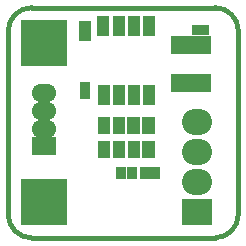
<source format=gts>
%FSLAX34Y34*%
G04 Gerber Fmt 3.4, Leading zero omitted, Abs format*
G04 (created by PCBNEW (2014-03-19 BZR 4756)-product) date Sun 08 Jun 2014 00:25:28 BST*
%MOIN*%
G01*
G70*
G90*
G04 APERTURE LIST*
%ADD10C,0.005906*%
%ADD11C,0.015000*%
%ADD12O,0.082992X0.059370*%
%ADD13R,0.082992X0.059370*%
%ADD14R,0.043600X0.067200*%
%ADD15R,0.035700X0.043600*%
%ADD16R,0.043600X0.035700*%
%ADD17R,0.153900X0.153900*%
%ADD18R,0.035700X0.031800*%
%ADD19R,0.031800X0.035700*%
%ADD20R,0.100000X0.088000*%
%ADD21O,0.100000X0.088000*%
G04 APERTURE END LIST*
G54D10*
G54D11*
X60630Y-25550D02*
X54527Y-25550D01*
X60630Y-25550D02*
G75*
G03X61417Y-24763I0J787D01*
G74*
G01*
X61417Y-18660D02*
X61417Y-24763D01*
X53740Y-24763D02*
X53740Y-18660D01*
X53740Y-24763D02*
G75*
G03X54527Y-25550I787J0D01*
G74*
G01*
X54527Y-17873D02*
X60630Y-17873D01*
X61417Y-18660D02*
G75*
G03X60630Y-17873I-787J0D01*
G74*
G01*
X54527Y-17873D02*
G75*
G03X53740Y-18660I0J-787D01*
G74*
G01*
G54D12*
X54921Y-21908D03*
X54921Y-21318D03*
G54D13*
X54921Y-22499D03*
G54D12*
X54921Y-20727D03*
G54D10*
G36*
X60037Y-18835D02*
X60513Y-18835D01*
X60513Y-19429D01*
X60037Y-19429D01*
X60037Y-18835D01*
X60037Y-18835D01*
G37*
G36*
X59604Y-18835D02*
X60080Y-18835D01*
X60080Y-19429D01*
X59604Y-19429D01*
X59604Y-18835D01*
X59604Y-18835D01*
G37*
G36*
X59171Y-18835D02*
X59647Y-18835D01*
X59647Y-19429D01*
X59171Y-19429D01*
X59171Y-18835D01*
X59171Y-18835D01*
G37*
G36*
X59171Y-20095D02*
X59647Y-20095D01*
X59647Y-20689D01*
X59171Y-20689D01*
X59171Y-20095D01*
X59171Y-20095D01*
G37*
G36*
X59604Y-20095D02*
X60080Y-20095D01*
X60080Y-20689D01*
X59604Y-20689D01*
X59604Y-20095D01*
X59604Y-20095D01*
G37*
G36*
X60037Y-20095D02*
X60513Y-20095D01*
X60513Y-20689D01*
X60037Y-20689D01*
X60037Y-20095D01*
X60037Y-20095D01*
G37*
G54D14*
X56929Y-20786D03*
X57421Y-20786D03*
X57933Y-20786D03*
X58425Y-20786D03*
X58425Y-18502D03*
X57933Y-18502D03*
X57421Y-18502D03*
X56909Y-18502D03*
G54D15*
X57854Y-23385D03*
X57500Y-23385D03*
X58641Y-23385D03*
X58287Y-23385D03*
G54D16*
X56299Y-18483D03*
X56299Y-18837D03*
G54D10*
G36*
X57148Y-22885D02*
X56731Y-22885D01*
X56731Y-22311D01*
X57148Y-22311D01*
X57148Y-22885D01*
X57148Y-22885D01*
G37*
G36*
X57640Y-22885D02*
X57223Y-22885D01*
X57223Y-22311D01*
X57640Y-22311D01*
X57640Y-22885D01*
X57640Y-22885D01*
G37*
G36*
X58142Y-22885D02*
X57725Y-22885D01*
X57725Y-22311D01*
X58142Y-22311D01*
X58142Y-22885D01*
X58142Y-22885D01*
G37*
G36*
X58624Y-22885D02*
X58207Y-22885D01*
X58207Y-22311D01*
X58624Y-22311D01*
X58624Y-22885D01*
X58624Y-22885D01*
G37*
G36*
X58624Y-22097D02*
X58207Y-22097D01*
X58207Y-21523D01*
X58624Y-21523D01*
X58624Y-22097D01*
X58624Y-22097D01*
G37*
G36*
X58132Y-22097D02*
X57715Y-22097D01*
X57715Y-21523D01*
X58132Y-21523D01*
X58132Y-22097D01*
X58132Y-22097D01*
G37*
G36*
X57640Y-22097D02*
X57223Y-22097D01*
X57223Y-21523D01*
X57640Y-21523D01*
X57640Y-22097D01*
X57640Y-22097D01*
G37*
G36*
X57148Y-22097D02*
X56731Y-22097D01*
X56731Y-21523D01*
X57148Y-21523D01*
X57148Y-22097D01*
X57148Y-22097D01*
G37*
G54D17*
X54921Y-24369D03*
X54921Y-19054D03*
G54D18*
X56299Y-20511D03*
X56299Y-20747D03*
G54D19*
X60275Y-18620D03*
X60039Y-18620D03*
G54D20*
X60039Y-24688D03*
G54D21*
X60039Y-23688D03*
X60039Y-22688D03*
X60039Y-21688D03*
M02*

</source>
